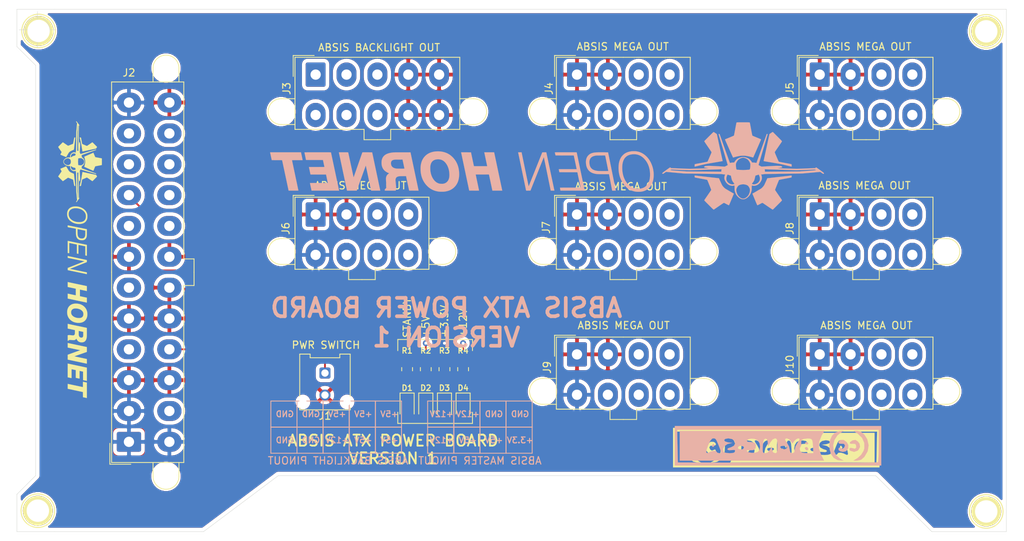
<source format=kicad_pcb>
(kicad_pcb (version 20171130) (host pcbnew "(5.1.7)-1")
  (layers (0 F.Cu mixed) (1 In1.Cu signal) (2 In2.Cu signal) (31 B.Cu mixed) (34 B.Paste user) (35 F.Paste user) (36 B.SilkS user) (37 F.SilkS user) (38 B.Mask user) (39 F.Mask user) (44 Edge.Cuts user))
  (net 0 "")
  (net 1 GND)
  (net 2 "Net-(D1-Pad1)")
  (net 3 "Net-(D2-Pad1)")
  (net 4 "Net-(D3-Pad1)")
  (net 5 "Net-(D4-Pad1)")
  (net 6 /PS_ON)
  (net 7 /+5V_SUPPLY)
  (net 8 "Net-(J2-Pad20)")
  (net 9 "Net-(J2-Pad14)")
  (net 10 /+3.3V_SUPPLY)
  (net 11 /+12V_SUPPLY)
  (net 12 /+5VSB_SUPPLY)
  (net 13 /PWR_OK)
  (module KiCAD_Libraries:CC-BY-NC-SA-Small (layer B.Cu) (at 139.192 112.776 180)
    (fp_text reference G*** hide)
    (fp_text value LOGO hide)
  )
  (module KiCAD_Libraries:OH_LOGO_75.4mm_11.9mm (layer B.Cu) (at 107.696 74.676 180)
    (fp_text reference G*** hide)
    (fp_text value LOGO hide)
  )
  (module Connector_Molex:Molex_Mini-Fit_Jr_5566-08A2_2x04_P4.20mm_Vertical (layer F.Cu) (at 144.78 62.23)
    (fp_text reference J5 (at -4.064 1.905 90) (layer F.SilkS))
    (fp_text value "MEGA BUS POWER")
    (pad "" np_thru_hole circle (at 17.3 5.04) (size 3 3) (drill 3) (layers *.Cu *.Mask))
    (pad "" np_thru_hole circle (at -4.7 5.04) (size 3 3) (drill 3) (layers *.Cu *.Mask))
    (pad 8 thru_hole oval (at 12.6 5.5) (size 2.7 3.3) (drill 1.4) (layers *.Cu *.Mask) (net 11 /+12V_SUPPLY))
    (pad 7 thru_hole oval (at 8.4 5.5) (size 2.7 3.3) (drill 1.4) (layers *.Cu *.Mask) (net 7 /+5V_SUPPLY))
    (pad 6 thru_hole oval (at 4.2 5.5) (size 2.7 3.3) (drill 1.4) (layers *.Cu *.Mask) (net 7 /+5V_SUPPLY))
    (pad 5 thru_hole oval (at 0 5.5) (size 2.7 3.3) (drill 1.4) (layers *.Cu *.Mask) (net 10 /+3.3V_SUPPLY))
    (pad 4 thru_hole oval (at 12.6 0) (size 2.7 3.3) (drill 1.4) (layers *.Cu *.Mask) (net 11 /+12V_SUPPLY))
    (pad 3 thru_hole oval (at 8.4 0) (size 2.7 3.3) (drill 1.4) (layers *.Cu *.Mask) (net 11 /+12V_SUPPLY))
    (pad 2 thru_hole oval (at 4.2 0) (size 2.7 3.3) (drill 1.4) (layers *.Cu *.Mask) (net 1 GND))
    (pad 1 thru_hole roundrect (at 0 0) (size 2.7 3.3) (drill 1.4) (layers *.Cu *.Mask) (roundrect_rratio 0.09259299999999999) (net 1 GND))
  )
  (module KiCAD_Libraries:CC-BY-NC-SA-Small (layer F.Cu) (at 138.7856 113.03)
    (fp_text reference G*** hide)
    (fp_text value LOGO hide)
  )
  (module KiCAD_Libraries:OH_LOGO_37.7mm_5.9mm (layer F.Cu) (at 44.1452 87.4268 270)
    (fp_text reference G*** hide)
    (fp_text value LOGO hide)
  )
  (module Connector_Molex:Molex_Mini-Fit_Jr_5566-08A2_2x04_P4.20mm_Vertical (layer F.Cu) (at 144.78 100.33)
    (fp_text reference J10 (at -4.064 1.397 90) (layer F.SilkS))
    (fp_text value "MEGA BUS POWER")
    (pad "" np_thru_hole circle (at 17.3 5.04) (size 3 3) (drill 3) (layers *.Cu *.Mask))
    (pad "" np_thru_hole circle (at -4.7 5.04) (size 3 3) (drill 3) (layers *.Cu *.Mask))
    (pad 8 thru_hole oval (at 12.6 5.5) (size 2.7 3.3) (drill 1.4) (layers *.Cu *.Mask) (net 11 /+12V_SUPPLY))
    (pad 7 thru_hole oval (at 8.4 5.5) (size 2.7 3.3) (drill 1.4) (layers *.Cu *.Mask) (net 7 /+5V_SUPPLY))
    (pad 6 thru_hole oval (at 4.2 5.5) (size 2.7 3.3) (drill 1.4) (layers *.Cu *.Mask) (net 7 /+5V_SUPPLY))
    (pad 5 thru_hole oval (at 0 5.5) (size 2.7 3.3) (drill 1.4) (layers *.Cu *.Mask) (net 10 /+3.3V_SUPPLY))
    (pad 4 thru_hole oval (at 12.6 0) (size 2.7 3.3) (drill 1.4) (layers *.Cu *.Mask) (net 11 /+12V_SUPPLY))
    (pad 3 thru_hole oval (at 8.4 0) (size 2.7 3.3) (drill 1.4) (layers *.Cu *.Mask) (net 11 /+12V_SUPPLY))
    (pad 2 thru_hole oval (at 4.2 0) (size 2.7 3.3) (drill 1.4) (layers *.Cu *.Mask) (net 1 GND))
    (pad 1 thru_hole roundrect (at 0 0) (size 2.7 3.3) (drill 1.4) (layers *.Cu *.Mask) (roundrect_rratio 0.09259299999999999) (net 1 GND))
  )
  (module Socket_Arduino_Mega:Arduino_1pin (layer F.Cu) (at 167.4368 56.3372)
    (fp_text reference H4 hide)
    (fp_text value MountingHole)
    (pad 1 thru_hole circle (at 0 0) (size 4.064 4.064) (drill 3.048) (layers *.Cu *.Mask F.SilkS))
  )
  (module Socket_Arduino_Mega:Arduino_1pin (layer F.Cu) (at 38.4048 121.6152)
    (fp_text reference H3 hide)
    (fp_text value MountingHole)
    (pad 1 thru_hole circle (at 0 0) (size 4.064 4.064) (drill 3.048) (layers *.Cu *.Mask F.SilkS))
  )
  (module Socket_Arduino_Mega:Arduino_1pin (layer F.Cu) (at 167.4368 121.7168)
    (fp_text reference H2 hide)
    (fp_text value MountingHole)
    (pad 1 thru_hole circle (at 0 0) (size 4.064 4.064) (drill 3.048) (layers *.Cu *.Mask F.SilkS))
  )
  (module Socket_Arduino_Mega:Arduino_1pin (layer F.Cu) (at 38.5064 56.2864)
    (fp_text reference H1 hide)
    (fp_text value MountingHole)
    (pad 1 thru_hole circle (at 0 0) (size 4.064 4.064) (drill 3.048) (layers *.Cu *.Mask F.SilkS))
  )
  (module Resistor_SMD:R_0805_2012Metric_Pad1.20x1.40mm_HandSolder (layer F.Cu) (at 96.266 102.346 90)
    (fp_text reference R4 (at 2.524 0 180) (layer F.SilkS) (effects (font (size 0.75 0.75))))
    (fp_text value 560)
    (pad 2 smd roundrect (at 1 0 90) (size 1.2 1.4) (layers F.Cu F.Paste F.Mask) (roundrect_rratio 0.208333) (net 11 /+12V_SUPPLY))
    (pad 1 smd roundrect (at -1 0 90) (size 1.2 1.4) (layers F.Cu F.Paste F.Mask) (roundrect_rratio 0.208333) (net 5 "Net-(D4-Pad1)"))
  )
  (module Resistor_SMD:R_0805_2012Metric_Pad1.20x1.40mm_HandSolder (layer F.Cu) (at 93.726 102.346 90)
    (fp_text reference R3 (at 2.524 0 180) (layer F.SilkS) (effects (font (size 0.75 0.75))))
    (fp_text value 56)
    (pad 2 smd roundrect (at 1 0 90) (size 1.2 1.4) (layers F.Cu F.Paste F.Mask) (roundrect_rratio 0.208333) (net 10 /+3.3V_SUPPLY))
    (pad 1 smd roundrect (at -1 0 90) (size 1.2 1.4) (layers F.Cu F.Paste F.Mask) (roundrect_rratio 0.208333) (net 4 "Net-(D3-Pad1)"))
  )
  (module Resistor_SMD:R_0805_2012Metric_Pad1.20x1.40mm_HandSolder (layer F.Cu) (at 91.186 102.346 90)
    (fp_text reference R2 (at 2.524 0 180) (layer F.SilkS) (effects (font (size 0.75 0.75))))
    (fp_text value 150)
    (pad 2 smd roundrect (at 1 0 90) (size 1.2 1.4) (layers F.Cu F.Paste F.Mask) (roundrect_rratio 0.208333) (net 7 /+5V_SUPPLY))
    (pad 1 smd roundrect (at -1 0 90) (size 1.2 1.4) (layers F.Cu F.Paste F.Mask) (roundrect_rratio 0.208333) (net 3 "Net-(D2-Pad1)"))
  )
  (module Resistor_SMD:R_0805_2012Metric_Pad1.20x1.40mm_HandSolder (layer F.Cu) (at 88.646 102.346 90)
    (fp_text reference R1 (at 2.524 0 180) (layer F.SilkS) (effects (font (size 0.75 0.75))))
    (fp_text value 150)
    (pad 2 smd roundrect (at 1 0 90) (size 1.2 1.4) (layers F.Cu F.Paste F.Mask) (roundrect_rratio 0.208333) (net 12 /+5VSB_SUPPLY))
    (pad 1 smd roundrect (at -1 0 90) (size 1.2 1.4) (layers F.Cu F.Paste F.Mask) (roundrect_rratio 0.208333) (net 2 "Net-(D1-Pad1)"))
  )
  (module Connector_Molex:Molex_Mini-Fit_Jr_5566-08A2_2x04_P4.20mm_Vertical (layer F.Cu) (at 111.76 100.33)
    (fp_text reference J9 (at -4.064 1.778 90) (layer F.SilkS))
    (fp_text value "MEGA BUS POWER")
    (pad "" np_thru_hole circle (at 17.3 5.04) (size 3 3) (drill 3) (layers *.Cu *.Mask))
    (pad "" np_thru_hole circle (at -4.7 5.04) (size 3 3) (drill 3) (layers *.Cu *.Mask))
    (pad 8 thru_hole oval (at 12.6 5.5) (size 2.7 3.3) (drill 1.4) (layers *.Cu *.Mask) (net 11 /+12V_SUPPLY))
    (pad 7 thru_hole oval (at 8.4 5.5) (size 2.7 3.3) (drill 1.4) (layers *.Cu *.Mask) (net 7 /+5V_SUPPLY))
    (pad 6 thru_hole oval (at 4.2 5.5) (size 2.7 3.3) (drill 1.4) (layers *.Cu *.Mask) (net 7 /+5V_SUPPLY))
    (pad 5 thru_hole oval (at 0 5.5) (size 2.7 3.3) (drill 1.4) (layers *.Cu *.Mask) (net 10 /+3.3V_SUPPLY))
    (pad 4 thru_hole oval (at 12.6 0) (size 2.7 3.3) (drill 1.4) (layers *.Cu *.Mask) (net 11 /+12V_SUPPLY))
    (pad 3 thru_hole oval (at 8.4 0) (size 2.7 3.3) (drill 1.4) (layers *.Cu *.Mask) (net 11 /+12V_SUPPLY))
    (pad 2 thru_hole oval (at 4.2 0) (size 2.7 3.3) (drill 1.4) (layers *.Cu *.Mask) (net 1 GND))
    (pad 1 thru_hole roundrect (at 0 0) (size 2.7 3.3) (drill 1.4) (layers *.Cu *.Mask) (roundrect_rratio 0.09259299999999999) (net 1 GND))
  )
  (module Connector_Molex:Molex_Mini-Fit_Jr_5566-08A2_2x04_P4.20mm_Vertical (layer F.Cu) (at 144.78 81.28)
    (fp_text reference J8 (at -4.064 1.905 90) (layer F.SilkS))
    (fp_text value "MEGA BUS POWER")
    (pad "" np_thru_hole circle (at 17.3 5.04) (size 3 3) (drill 3) (layers *.Cu *.Mask))
    (pad "" np_thru_hole circle (at -4.7 5.04) (size 3 3) (drill 3) (layers *.Cu *.Mask))
    (pad 8 thru_hole oval (at 12.6 5.5) (size 2.7 3.3) (drill 1.4) (layers *.Cu *.Mask) (net 11 /+12V_SUPPLY))
    (pad 7 thru_hole oval (at 8.4 5.5) (size 2.7 3.3) (drill 1.4) (layers *.Cu *.Mask) (net 7 /+5V_SUPPLY))
    (pad 6 thru_hole oval (at 4.2 5.5) (size 2.7 3.3) (drill 1.4) (layers *.Cu *.Mask) (net 7 /+5V_SUPPLY))
    (pad 5 thru_hole oval (at 0 5.5) (size 2.7 3.3) (drill 1.4) (layers *.Cu *.Mask) (net 10 /+3.3V_SUPPLY))
    (pad 4 thru_hole oval (at 12.6 0) (size 2.7 3.3) (drill 1.4) (layers *.Cu *.Mask) (net 11 /+12V_SUPPLY))
    (pad 3 thru_hole oval (at 8.4 0) (size 2.7 3.3) (drill 1.4) (layers *.Cu *.Mask) (net 11 /+12V_SUPPLY))
    (pad 2 thru_hole oval (at 4.2 0) (size 2.7 3.3) (drill 1.4) (layers *.Cu *.Mask) (net 1 GND))
    (pad 1 thru_hole roundrect (at 0 0) (size 2.7 3.3) (drill 1.4) (layers *.Cu *.Mask) (roundrect_rratio 0.09259299999999999) (net 1 GND))
  )
  (module Connector_Molex:Molex_Mini-Fit_Jr_5566-08A2_2x04_P4.20mm_Vertical (layer F.Cu) (at 111.76 81.28)
    (fp_text reference J7 (at -4.191 1.778 90) (layer F.SilkS))
    (fp_text value "MEGA BUS POWER")
    (pad "" np_thru_hole circle (at 17.3 5.04) (size 3 3) (drill 3) (layers *.Cu *.Mask))
    (pad "" np_thru_hole circle (at -4.7 5.04) (size 3 3) (drill 3) (layers *.Cu *.Mask))
    (pad 8 thru_hole oval (at 12.6 5.5) (size 2.7 3.3) (drill 1.4) (layers *.Cu *.Mask) (net 11 /+12V_SUPPLY))
    (pad 7 thru_hole oval (at 8.4 5.5) (size 2.7 3.3) (drill 1.4) (layers *.Cu *.Mask) (net 7 /+5V_SUPPLY))
    (pad 6 thru_hole oval (at 4.2 5.5) (size 2.7 3.3) (drill 1.4) (layers *.Cu *.Mask) (net 7 /+5V_SUPPLY))
    (pad 5 thru_hole oval (at 0 5.5) (size 2.7 3.3) (drill 1.4) (layers *.Cu *.Mask) (net 10 /+3.3V_SUPPLY))
    (pad 4 thru_hole oval (at 12.6 0) (size 2.7 3.3) (drill 1.4) (layers *.Cu *.Mask) (net 11 /+12V_SUPPLY))
    (pad 3 thru_hole oval (at 8.4 0) (size 2.7 3.3) (drill 1.4) (layers *.Cu *.Mask) (net 11 /+12V_SUPPLY))
    (pad 2 thru_hole oval (at 4.2 0) (size 2.7 3.3) (drill 1.4) (layers *.Cu *.Mask) (net 1 GND))
    (pad 1 thru_hole roundrect (at 0 0) (size 2.7 3.3) (drill 1.4) (layers *.Cu *.Mask) (roundrect_rratio 0.09259299999999999) (net 1 GND))
  )
  (module Connector_Molex:Molex_Mini-Fit_Jr_5566-08A2_2x04_P4.20mm_Vertical (layer F.Cu) (at 76.2 81.28)
    (fp_text reference J6 (at -4.064 1.905 90) (layer F.SilkS))
    (fp_text value "MEGA BUS POWER")
    (pad "" np_thru_hole circle (at 17.3 5.04) (size 3 3) (drill 3) (layers *.Cu *.Mask))
    (pad "" np_thru_hole circle (at -4.7 5.04) (size 3 3) (drill 3) (layers *.Cu *.Mask))
    (pad 8 thru_hole oval (at 12.6 5.5) (size 2.7 3.3) (drill 1.4) (layers *.Cu *.Mask) (net 11 /+12V_SUPPLY))
    (pad 7 thru_hole oval (at 8.4 5.5) (size 2.7 3.3) (drill 1.4) (layers *.Cu *.Mask) (net 7 /+5V_SUPPLY))
    (pad 6 thru_hole oval (at 4.2 5.5) (size 2.7 3.3) (drill 1.4) (layers *.Cu *.Mask) (net 7 /+5V_SUPPLY))
    (pad 5 thru_hole oval (at 0 5.5) (size 2.7 3.3) (drill 1.4) (layers *.Cu *.Mask) (net 10 /+3.3V_SUPPLY))
    (pad 4 thru_hole oval (at 12.6 0) (size 2.7 3.3) (drill 1.4) (layers *.Cu *.Mask) (net 11 /+12V_SUPPLY))
    (pad 3 thru_hole oval (at 8.4 0) (size 2.7 3.3) (drill 1.4) (layers *.Cu *.Mask) (net 11 /+12V_SUPPLY))
    (pad 2 thru_hole oval (at 4.2 0) (size 2.7 3.3) (drill 1.4) (layers *.Cu *.Mask) (net 1 GND))
    (pad 1 thru_hole roundrect (at 0 0) (size 2.7 3.3) (drill 1.4) (layers *.Cu *.Mask) (roundrect_rratio 0.09259299999999999) (net 1 GND))
  )
  (module Connector_Molex:Molex_Mini-Fit_Jr_5566-08A2_2x04_P4.20mm_Vertical (layer F.Cu) (at 111.76 62.23)
    (fp_text reference J4 (at -3.81 1.905 90) (layer F.SilkS))
    (fp_text value "MEGA BUS POWER")
    (pad "" np_thru_hole circle (at 17.3 5.04) (size 3 3) (drill 3) (layers *.Cu *.Mask))
    (pad "" np_thru_hole circle (at -4.7 5.04) (size 3 3) (drill 3) (layers *.Cu *.Mask))
    (pad 8 thru_hole oval (at 12.6 5.5) (size 2.7 3.3) (drill 1.4) (layers *.Cu *.Mask) (net 11 /+12V_SUPPLY))
    (pad 7 thru_hole oval (at 8.4 5.5) (size 2.7 3.3) (drill 1.4) (layers *.Cu *.Mask) (net 7 /+5V_SUPPLY))
    (pad 6 thru_hole oval (at 4.2 5.5) (size 2.7 3.3) (drill 1.4) (layers *.Cu *.Mask) (net 7 /+5V_SUPPLY))
    (pad 5 thru_hole oval (at 0 5.5) (size 2.7 3.3) (drill 1.4) (layers *.Cu *.Mask) (net 10 /+3.3V_SUPPLY))
    (pad 4 thru_hole oval (at 12.6 0) (size 2.7 3.3) (drill 1.4) (layers *.Cu *.Mask) (net 11 /+12V_SUPPLY))
    (pad 3 thru_hole oval (at 8.4 0) (size 2.7 3.3) (drill 1.4) (layers *.Cu *.Mask) (net 11 /+12V_SUPPLY))
    (pad 2 thru_hole oval (at 4.2 0) (size 2.7 3.3) (drill 1.4) (layers *.Cu *.Mask) (net 1 GND))
    (pad 1 thru_hole roundrect (at 0 0) (size 2.7 3.3) (drill 1.4) (layers *.Cu *.Mask) (roundrect_rratio 0.09259299999999999) (net 1 GND))
  )
  (module Connector_Molex:Molex_Mini-Fit_Jr_5566-10A2_2x05_P4.20mm_Vertical (layer F.Cu) (at 76.2 62.23)
    (fp_text reference J3 (at -3.937 1.905 90) (layer F.SilkS))
    (fp_text value "ABSIS BACKLIGHT PWR")
    (pad "" np_thru_hole circle (at 21.5 5.04) (size 3 3) (drill 3) (layers *.Cu *.Mask))
    (pad "" np_thru_hole circle (at -4.7 5.04) (size 3 3) (drill 3) (layers *.Cu *.Mask))
    (pad 10 thru_hole oval (at 16.8 5.5) (size 2.7 3.3) (drill 1.4) (layers *.Cu *.Mask) (net 1 GND))
    (pad 9 thru_hole oval (at 12.6 5.5) (size 2.7 3.3) (drill 1.4) (layers *.Cu *.Mask) (net 1 GND))
    (pad 8 thru_hole oval (at 8.4 5.5) (size 2.7 3.3) (drill 1.4) (layers *.Cu *.Mask) (net 11 /+12V_SUPPLY))
    (pad 7 thru_hole oval (at 4.2 5.5) (size 2.7 3.3) (drill 1.4) (layers *.Cu *.Mask) (net 7 /+5V_SUPPLY))
    (pad 6 thru_hole oval (at 0 5.5) (size 2.7 3.3) (drill 1.4) (layers *.Cu *.Mask) (net 7 /+5V_SUPPLY))
    (pad 5 thru_hole oval (at 16.8 0) (size 2.7 3.3) (drill 1.4) (layers *.Cu *.Mask) (net 1 GND))
    (pad 4 thru_hole oval (at 12.6 0) (size 2.7 3.3) (drill 1.4) (layers *.Cu *.Mask) (net 1 GND))
    (pad 3 thru_hole oval (at 8.4 0) (size 2.7 3.3) (drill 1.4) (layers *.Cu *.Mask) (net 7 /+5V_SUPPLY))
    (pad 2 thru_hole oval (at 4.2 0) (size 2.7 3.3) (drill 1.4) (layers *.Cu *.Mask) (net 7 /+5V_SUPPLY))
    (pad 1 thru_hole roundrect (at 0 0) (size 2.7 3.3) (drill 1.4) (layers *.Cu *.Mask) (roundrect_rratio 0.09259299999999999) (net 7 /+5V_SUPPLY))
  )
  (module Connector_Molex:Molex_Mini-Fit_Jr_5566-24A2_2x12_P4.20mm_Vertical (layer F.Cu) (at 50.8 112.24 90)
    (fp_text reference J2 (at 50.264 0 180) (layer F.SilkS))
    (fp_text value ATX-24)
    (pad "" np_thru_hole circle (at 50.9 5.04 90) (size 3 3) (drill 3) (layers *.Cu *.Mask))
    (pad "" np_thru_hole circle (at -4.7 5.04 90) (size 3 3) (drill 3) (layers *.Cu *.Mask))
    (pad 24 thru_hole oval (at 46.2 5.5 90) (size 2.7 3.3) (drill 1.4) (layers *.Cu *.Mask) (net 1 GND))
    (pad 23 thru_hole oval (at 42 5.5 90) (size 2.7 3.3) (drill 1.4) (layers *.Cu *.Mask) (net 7 /+5V_SUPPLY))
    (pad 22 thru_hole oval (at 37.8 5.5 90) (size 2.7 3.3) (drill 1.4) (layers *.Cu *.Mask) (net 7 /+5V_SUPPLY))
    (pad 21 thru_hole oval (at 33.6 5.5 90) (size 2.7 3.3) (drill 1.4) (layers *.Cu *.Mask) (net 7 /+5V_SUPPLY))
    (pad 20 thru_hole oval (at 29.4 5.5 90) (size 2.7 3.3) (drill 1.4) (layers *.Cu *.Mask) (net 8 "Net-(J2-Pad20)"))
    (pad 19 thru_hole oval (at 25.2 5.5 90) (size 2.7 3.3) (drill 1.4) (layers *.Cu *.Mask) (net 1 GND))
    (pad 18 thru_hole oval (at 21 5.5 90) (size 2.7 3.3) (drill 1.4) (layers *.Cu *.Mask) (net 1 GND))
    (pad 17 thru_hole oval (at 16.8 5.5 90) (size 2.7 3.3) (drill 1.4) (layers *.Cu *.Mask) (net 1 GND))
    (pad 16 thru_hole oval (at 12.6 5.5 90) (size 2.7 3.3) (drill 1.4) (layers *.Cu *.Mask) (net 6 /PS_ON))
    (pad 15 thru_hole oval (at 8.4 5.5 90) (size 2.7 3.3) (drill 1.4) (layers *.Cu *.Mask) (net 1 GND))
    (pad 14 thru_hole oval (at 4.2 5.5 90) (size 2.7 3.3) (drill 1.4) (layers *.Cu *.Mask) (net 9 "Net-(J2-Pad14)"))
    (pad 13 thru_hole oval (at 0 5.5 90) (size 2.7 3.3) (drill 1.4) (layers *.Cu *.Mask) (net 10 /+3.3V_SUPPLY))
    (pad 12 thru_hole oval (at 46.2 0 90) (size 2.7 3.3) (drill 1.4) (layers *.Cu *.Mask) (net 10 /+3.3V_SUPPLY))
    (pad 11 thru_hole oval (at 42 0 90) (size 2.7 3.3) (drill 1.4) (layers *.Cu *.Mask) (net 11 /+12V_SUPPLY))
    (pad 10 thru_hole oval (at 37.8 0 90) (size 2.7 3.3) (drill 1.4) (layers *.Cu *.Mask) (net 11 /+12V_SUPPLY))
    (pad 9 thru_hole oval (at 33.6 0 90) (size 2.7 3.3) (drill 1.4) (layers *.Cu *.Mask) (net 12 /+5VSB_SUPPLY))
    (pad 8 thru_hole oval (at 29.4 0 90) (size 2.7 3.3) (drill 1.4) (layers *.Cu *.Mask) (net 13 /PWR_OK))
    (pad 7 thru_hole oval (at 25.2 0 90) (size 2.7 3.3) (drill 1.4) (layers *.Cu *.Mask) (net 1 GND))
    (pad 6 thru_hole oval (at 21 0 90) (size 2.7 3.3) (drill 1.4) (layers *.Cu *.Mask) (net 7 /+5V_SUPPLY))
    (pad 5 thru_hole oval (at 16.8 0 90) (size 2.7 3.3) (drill 1.4) (layers *.Cu *.Mask) (net 1 GND))
    (pad 4 thru_hole oval (at 12.6 0 90) (size 2.7 3.3) (drill 1.4) (layers *.Cu *.Mask) (net 7 /+5V_SUPPLY))
    (pad 3 thru_hole oval (at 8.4 0 90) (size 2.7 3.3) (drill 1.4) (layers *.Cu *.Mask) (net 1 GND))
    (pad 2 thru_hole oval (at 4.2 0 90) (size 2.7 3.3) (drill 1.4) (layers *.Cu *.Mask) (net 10 /+3.3V_SUPPLY))
    (pad 1 thru_hole roundrect (at 0 0 90) (size 2.7 3.3) (drill 1.4) (layers *.Cu *.Mask) (roundrect_rratio 0.09259299999999999) (net 10 /+3.3V_SUPPLY))
  )
  (module Connector_Molex:Molex_Micro-Fit_3.0_43045-0212_2x01_P3.00mm_Vertical (layer F.Cu) (at 77.47 102.87)
    (fp_text reference J1 (at 0 5.842) (layer F.SilkS))
    (fp_text value "Power Swtich")
    (pad 2 thru_hole circle (at 0 3) (size 1.5 1.5) (drill 1) (layers *.Cu *.Mask) (net 1 GND))
    (pad 1 thru_hole roundrect (at 0 0) (size 1.5 1.5) (drill 1) (layers *.Cu *.Mask) (roundrect_rratio 0.166667) (net 6 /PS_ON))
    (pad "" np_thru_hole circle (at 3 3.94) (size 1 1) (drill 1) (layers *.Cu *.Mask))
    (pad "" np_thru_hole circle (at -3 3.94) (size 1 1) (drill 1) (layers *.Cu *.Mask))
  )
  (module LED_SMD:LED_0805_2012Metric_Pad1.15x1.40mm_HandSolder (layer F.Cu) (at 96.266 107.451 270)
    (fp_text reference D4 (at -2.549 0 180) (layer F.SilkS) (effects (font (size 0.75 0.75))))
    (fp_text value "Green LED")
    (pad 2 smd roundrect (at 1.025 0 270) (size 1.15 1.4) (layers F.Cu F.Paste F.Mask) (roundrect_rratio 0.217391) (net 1 GND))
    (pad 1 smd roundrect (at -1.025 0 270) (size 1.15 1.4) (layers F.Cu F.Paste F.Mask) (roundrect_rratio 0.217391) (net 5 "Net-(D4-Pad1)"))
  )
  (module LED_SMD:LED_0805_2012Metric_Pad1.15x1.40mm_HandSolder (layer F.Cu) (at 93.726 107.451 270)
    (fp_text reference D3 (at -2.549 0 180) (layer F.SilkS) (effects (font (size 0.75 0.75))))
    (fp_text value "Green LED")
    (pad 2 smd roundrect (at 1.025 0 270) (size 1.15 1.4) (layers F.Cu F.Paste F.Mask) (roundrect_rratio 0.217391) (net 1 GND))
    (pad 1 smd roundrect (at -1.025 0 270) (size 1.15 1.4) (layers F.Cu F.Paste F.Mask) (roundrect_rratio 0.217391) (net 4 "Net-(D3-Pad1)"))
  )
  (module LED_SMD:LED_0805_2012Metric_Pad1.15x1.40mm_HandSolder (layer F.Cu) (at 91.186 107.451 270)
    (fp_text reference D2 (at -2.549 0 180) (layer F.SilkS) (effects (font (size 0.75 0.75))))
    (fp_text value "Green LED")
    (pad 2 smd roundrect (at 1.025 0 270) (size 1.15 1.4) (layers F.Cu F.Paste F.Mask) (roundrect_rratio 0.217391) (net 1 GND))
    (pad 1 smd roundrect (at -1.025 0 270) (size 1.15 1.4) (layers F.Cu F.Paste F.Mask) (roundrect_rratio 0.217391) (net 3 "Net-(D2-Pad1)"))
  )
  (module LED_SMD:LED_0805_2012Metric_Pad1.15x1.40mm_HandSolder (layer F.Cu) (at 88.646 107.451 270)
    (fp_text reference D1 (at -2.549 0 180) (layer F.SilkS) (effects (font (size 0.75 0.75))))
    (fp_text value "Green LED")
    (pad 2 smd roundrect (at 1.025 0 270) (size 1.15 1.4) (layers F.Cu F.Paste F.Mask) (roundrect_rratio 0.217391) (net 1 GND))
    (pad 1 smd roundrect (at -1.025 0 270) (size 1.15 1.4) (layers F.Cu F.Paste F.Mask) (roundrect_rratio 0.217391) (net 2 "Net-(D1-Pad1)"))
  )
  (gr_text "ABSIS ATX POWER BOARD\nVERSION 1" (at 93.98 96.012) (layer B.SilkS) (effects (font (size 2.5 2.5) (thickness 0.5)) (justify mirror)))
  (gr_text "ABSIS MASTER PINOUT" (at 98.552 114.808) (layer B.SilkS) (effects (font (size 1 1)) (justify mirror)))
  (gr_text "ABSIS BACKLIGHT PINOUT" (at 79.248 114.808) (layer B.SilkS) (effects (font (size 1 1)) (justify mirror)))
  (gr_text GND (at 72.009 108.458) (layer B.SilkS) (effects (font (size 0.8 0.8)) (justify mirror)))
  (gr_text GND (at 72.009 112.014) (layer B.SilkS) (effects (font (size 0.8 0.8)) (justify mirror)))
  (gr_line (start 73.66 106.68) (end 70.104 106.68) (layer B.SilkS) (width 0.12))
  (gr_line (start 70.104 113.792) (end 70.104 110.236) (layer B.SilkS) (width 0.12))
  (gr_line (start 73.66 113.792) (end 70.104 113.792) (layer B.SilkS) (width 0.12))
  (gr_line (start 70.104 110.236) (end 70.104 106.68) (layer B.SilkS) (width 0.12))
  (gr_line (start 73.66 110.236) (end 70.104 110.236) (layer B.SilkS) (width 0.12))
  (gr_line (start 73.66 110.236) (end 70.104 110.236) (layer B.SilkS) (width 0.12))
  (gr_line (start 80.772 110.236) (end 80.772 106.68) (layer B.SilkS) (width 0.12))
  (gr_line (start 84.328 110.236) (end 80.772 110.236) (layer B.SilkS) (width 0.12))
  (gr_line (start 77.216 113.792) (end 77.216 110.236) (layer B.SilkS) (width 0.12))
  (gr_line (start 77.216 110.236) (end 73.66 110.236) (layer B.SilkS) (width 0.12))
  (gr_line (start 87.884 106.68) (end 84.328 106.68) (layer B.SilkS) (width 0.12))
  (gr_line (start 80.772 113.792) (end 80.772 110.236) (layer B.SilkS) (width 0.12))
  (gr_line (start 87.884 110.236) (end 84.328 110.236) (layer B.SilkS) (width 0.12))
  (gr_line (start 84.328 113.792) (end 80.772 113.792) (layer B.SilkS) (width 0.12))
  (gr_line (start 80.772 110.236) (end 77.216 110.236) (layer B.SilkS) (width 0.12))
  (gr_line (start 87.884 113.792) (end 84.328 113.792) (layer B.SilkS) (width 0.12))
  (gr_line (start 80.772 113.792) (end 80.772 110.236) (layer B.SilkS) (width 0.12))
  (gr_line (start 84.328 106.68) (end 80.772 106.68) (layer B.SilkS) (width 0.12))
  (gr_line (start 77.216 113.792) (end 73.66 113.792) (layer B.SilkS) (width 0.12))
  (gr_line (start 80.772 106.68) (end 77.216 106.68) (layer B.SilkS) (width 0.12))
  (gr_line (start 84.328 110.236) (end 84.328 106.68) (layer B.SilkS) (width 0.12))
  (gr_line (start 80.772 110.236) (end 77.216 110.236) (layer B.SilkS) (width 0.12))
  (gr_line (start 84.328 110.236) (end 80.772 110.236) (layer B.SilkS) (width 0.12))
  (gr_line (start 87.884 110.236) (end 87.884 106.68) (layer B.SilkS) (width 0.12))
  (gr_line (start 84.328 113.792) (end 84.328 110.236) (layer B.SilkS) (width 0.12))
  (gr_line (start 80.772 110.236) (end 80.772 106.68) (layer B.SilkS) (width 0.12))
  (gr_line (start 84.328 113.792) (end 84.328 110.236) (layer B.SilkS) (width 0.12))
  (gr_line (start 87.884 110.236) (end 84.328 110.236) (layer B.SilkS) (width 0.12))
  (gr_line (start 87.884 113.792) (end 87.884 110.236) (layer B.SilkS) (width 0.12))
  (gr_line (start 77.216 110.236) (end 77.216 106.68) (layer B.SilkS) (width 0.12))
  (gr_line (start 80.772 113.792) (end 77.216 113.792) (layer B.SilkS) (width 0.12))
  (gr_line (start 84.328 110.236) (end 84.328 106.68) (layer B.SilkS) (width 0.12))
  (gr_text +5V (at 82.677 108.458) (layer B.SilkS) (effects (font (size 0.8 0.8)) (justify mirror)))
  (gr_text +5V (at 82.677 112.014) (layer B.SilkS) (effects (font (size 0.8 0.8)) (justify mirror)))
  (gr_text +5V (at 79.121 108.458) (layer B.SilkS) (effects (font (size 0.8 0.8)) (justify mirror)))
  (gr_text +12V (at 79.121 112.014) (layer B.SilkS) (effects (font (size 0.8 0.8)) (justify mirror)))
  (gr_text GND (at 75.565 108.458) (layer B.SilkS) (effects (font (size 0.8 0.8)) (justify mirror)))
  (gr_text GND (at 75.565 112.014) (layer B.SilkS) (effects (font (size 0.8 0.8)) (justify mirror)))
  (gr_line (start 77.216 113.792) (end 77.216 110.236) (layer B.SilkS) (width 0.12))
  (gr_line (start 73.66 113.792) (end 73.66 110.236) (layer B.SilkS) (width 0.12))
  (gr_line (start 77.216 110.236) (end 73.66 110.236) (layer B.SilkS) (width 0.12))
  (gr_line (start 77.216 106.68) (end 73.66 106.68) (layer B.SilkS) (width 0.12))
  (gr_line (start 77.216 110.236) (end 77.216 106.68) (layer B.SilkS) (width 0.12))
  (gr_line (start 73.66 110.236) (end 73.66 106.68) (layer B.SilkS) (width 0.12))
  (gr_text +5V (at 86.233 108.458) (layer B.SilkS) (effects (font (size 0.8 0.8)) (justify mirror)))
  (gr_text +5V (at 86.233 112.014) (layer B.SilkS) (effects (font (size 0.8 0.8)) (justify mirror)))
  (gr_line (start 105.664 110.236) (end 102.108 110.236) (layer B.SilkS) (width 0.12))
  (gr_line (start 105.664 113.792) (end 102.108 113.792) (layer B.SilkS) (width 0.12))
  (gr_text GND (at 104.013 108.458) (layer B.SilkS) (effects (font (size 0.8 0.8)) (justify mirror)))
  (gr_text +3.3V (at 104.013 112.014) (layer B.SilkS) (effects (font (size 0.8 0.8)) (justify mirror)))
  (gr_line (start 105.664 113.792) (end 105.664 110.236) (layer B.SilkS) (width 0.12))
  (gr_line (start 102.108 113.792) (end 102.108 110.236) (layer B.SilkS) (width 0.12))
  (gr_line (start 105.664 110.236) (end 102.108 110.236) (layer B.SilkS) (width 0.12))
  (gr_line (start 105.664 106.68) (end 102.108 106.68) (layer B.SilkS) (width 0.12))
  (gr_line (start 105.664 110.236) (end 105.664 106.68) (layer B.SilkS) (width 0.12))
  (gr_line (start 102.108 110.236) (end 102.108 106.68) (layer B.SilkS) (width 0.12))
  (gr_line (start 102.108 110.236) (end 98.552 110.236) (layer B.SilkS) (width 0.12))
  (gr_line (start 102.108 113.792) (end 98.552 113.792) (layer B.SilkS) (width 0.12))
  (gr_text GND (at 100.457 108.458) (layer B.SilkS) (effects (font (size 0.8 0.8)) (justify mirror)))
  (gr_text +5V (at 100.457 112.014) (layer B.SilkS) (effects (font (size 0.8 0.8)) (justify mirror)))
  (gr_line (start 102.108 113.792) (end 102.108 110.236) (layer B.SilkS) (width 0.12))
  (gr_line (start 98.552 113.792) (end 98.552 110.236) (layer B.SilkS) (width 0.12))
  (gr_line (start 102.108 110.236) (end 98.552 110.236) (layer B.SilkS) (width 0.12))
  (gr_line (start 102.108 106.68) (end 98.552 106.68) (layer B.SilkS) (width 0.12))
  (gr_line (start 102.108 110.236) (end 102.108 106.68) (layer B.SilkS) (width 0.12))
  (gr_line (start 98.552 110.236) (end 98.552 106.68) (layer B.SilkS) (width 0.12))
  (gr_line (start 98.552 110.236) (end 94.996 110.236) (layer B.SilkS) (width 0.12))
  (gr_line (start 98.552 113.792) (end 94.996 113.792) (layer B.SilkS) (width 0.12))
  (gr_text +12V (at 96.901 108.458) (layer B.SilkS) (effects (font (size 0.8 0.8)) (justify mirror)))
  (gr_text +5V (at 96.901 112.014) (layer B.SilkS) (effects (font (size 0.8 0.8)) (justify mirror)))
  (gr_line (start 98.552 113.792) (end 98.552 110.236) (layer B.SilkS) (width 0.12))
  (gr_line (start 94.996 113.792) (end 94.996 110.236) (layer B.SilkS) (width 0.12))
  (gr_line (start 98.552 110.236) (end 94.996 110.236) (layer B.SilkS) (width 0.12))
  (gr_line (start 98.552 106.68) (end 94.996 106.68) (layer B.SilkS) (width 0.12))
  (gr_line (start 98.552 110.236) (end 98.552 106.68) (layer B.SilkS) (width 0.12))
  (gr_line (start 94.996 110.236) (end 94.996 106.68) (layer B.SilkS) (width 0.12))
  (gr_text +12V (at 93.345 112.014) (layer B.SilkS) (effects (font (size 0.8 0.8)) (justify mirror)))
  (gr_line (start 94.996 113.792) (end 91.44 113.792) (layer B.SilkS) (width 0.12))
  (gr_line (start 94.996 110.236) (end 91.44 110.236) (layer B.SilkS) (width 0.12))
  (gr_line (start 94.996 113.792) (end 94.996 110.236) (layer B.SilkS) (width 0.12))
  (gr_line (start 91.44 113.792) (end 91.44 110.236) (layer B.SilkS) (width 0.12))
  (gr_line (start 94.996 106.68) (end 91.44 106.68) (layer B.SilkS) (width 0.12))
  (gr_line (start 94.996 110.236) (end 94.996 106.68) (layer B.SilkS) (width 0.12))
  (gr_line (start 91.44 110.236) (end 91.44 106.68) (layer B.SilkS) (width 0.12))
  (gr_line (start 94.996 110.236) (end 91.44 110.236) (layer B.SilkS) (width 0.12))
  (gr_text +12V (at 93.345 108.458) (layer B.SilkS) (effects (font (size 0.8 0.8)) (justify mirror)))
  (gr_text "ABSIS ATX POWER BOARD\nVERSION 1" (at 86.741 113.284) (layer F.SilkS) (effects (font (size 1.5 1.5) (thickness 0.25))))
  (gr_text "PWR SWITCH" (at 77.597 99.06) (layer F.SilkS) (effects (font (size 1 1))))
  (gr_text "ABSIS MEGA OUT" (at 118.11 96.393) (layer F.SilkS) (effects (font (size 1 1))))
  (gr_text "ABSIS MEGA OUT" (at 151.13 96.393) (layer F.SilkS) (effects (font (size 1 1))))
  (gr_text "ABSIS MEGA OUT" (at 151.003 58.42) (layer F.SilkS) (effects (font (size 1 1))))
  (gr_text "ABSIS MEGA OUT" (at 150.876 77.343) (layer F.SilkS) (effects (font (size 1 1))))
  (gr_text "ABSIS MEGA OUT" (at 117.729 77.47) (layer F.SilkS) (effects (font (size 1 1))))
  (gr_text "ABSIS MEGA OUT" (at 82.296 77.343) (layer F.SilkS) (effects (font (size 1 1))))
  (gr_text "ABSIS MEGA OUT" (at 117.983 58.42) (layer F.SilkS) (effects (font (size 1 1))))
  (gr_text "ABSIS BACKLIGHT OUT" (at 84.836 58.547) (layer F.SilkS) (effects (font (size 1 1))))
  (gr_line (start 160.02 124.46) (end 170.18 124.46) (layer Edge.Cuts) (width 0.05))
  (gr_line (start 40.64 124.46) (end 60.96 124.46) (layer Edge.Cuts) (width 0.05))
  (gr_line (start 71.12 116.84) (end 60.96 124.46) (layer Edge.Cuts) (width 0.05))
  (gr_line (start 152.4 116.84) (end 71.12 116.84) (layer Edge.Cuts) (width 0.05))
  (gr_line (start 160.02 124.46) (end 152.4 116.84) (layer Edge.Cuts) (width 0.05))
  (gr_line (start 170.18 124.46) (end 170.18 53.34) (layer Edge.Cuts) (width 0.05))
  (gr_line (start 170.18 53.34) (end 40.64 53.34) (layer Edge.Cuts) (width 0.05))
  (gr_line (start 97.536 108.204) (end 97.536 109.728) (layer F.SilkS) (width 0.12))
  (gr_line (start 97.536 109.728) (end 87.376 109.728) (layer F.SilkS) (width 0.12))
  (gr_line (start 87.376 109.728) (end 87.376 108.204) (layer F.SilkS) (width 0.12))
  (gr_line (start 97.536 98.298) (end 97.536 99.822) (layer F.SilkS) (width 0.12))
  (gr_line (start 87.376 98.298) (end 97.536 98.298) (layer F.SilkS) (width 0.12))
  (gr_line (start 87.376 99.822) (end 87.376 98.298) (layer F.SilkS) (width 0.12))
  (gr_text +12V (at 96.266 98.171 90) (layer F.SilkS) (effects (font (size 1 1)) (justify left)))
  (gr_text +3.3V (at 93.726 98.171 90) (layer F.SilkS) (effects (font (size 1 1)) (justify left)))
  (gr_text +5V (at 91.186 98.171 90) (layer F.SilkS) (effects (font (size 1 1)) (justify left)))
  (gr_text STANBY (at 88.646 98.171 90) (layer F.SilkS) (effects (font (size 1 1)) (justify left)))
  (gr_line (start 38.1 60.96) (end 38.1 116.84) (layer Edge.Cuts) (width 0.05))
  (gr_line (start 35.56 124.46) (end 40.64 124.46) (layer Edge.Cuts) (width 0.05))
  (gr_line (start 35.56 119.38) (end 38.1 116.84) (layer Edge.Cuts) (width 0.05))
  (gr_line (start 35.56 124.46) (end 35.56 119.38) (layer Edge.Cuts) (width 0.05))
  (gr_line (start 35.56 58.42) (end 38.1 60.96) (layer Edge.Cuts) (width 0.05))
  (gr_line (start 35.56 53.34) (end 35.56 58.42) (layer Edge.Cuts) (width 0.05))
  (gr_line (start 35.56 53.34) (end 40.64 53.34) (layer Edge.Cuts) (width 0.05))
  (target plus (at 38.354 56.134) (size 5) (width 0.05) (layer Edge.Cuts))
  (segment (start 88.646 103.346) (end 88.646 106.426) (width 0.25) (layer F.Cu) (net 2))
  (segment (start 91.186 103.346) (end 91.186 106.426) (width 0.25) (layer F.Cu) (net 3))
  (segment (start 93.726 103.346) (end 93.726 106.426) (width 0.25) (layer F.Cu) (net 4))
  (segment (start 96.266 103.346) (end 96.266 106.426) (width 0.25) (layer F.Cu) (net 5))
  (segment (start 56.3 99.64) (end 76.78 99.64) (width 0.25) (layer F.Cu) (net 6))
  (segment (start 77.47 100.33) (end 77.47 102.87) (width 0.25) (layer F.Cu) (net 6))
  (segment (start 76.78 99.64) (end 77.47 100.33) (width 0.25) (layer F.Cu) (net 6))
  (segment (start 91.186 101.346) (end 91.186 98.806) (width 0.25) (layer F.Cu) (net 7))
  (segment (start 91.186 98.806) (end 91.186 98.806) (width 0.25) (layer F.Cu) (net 7))
  (via (at 91.186 98.806) (size 0.8) (drill 0.4) (layers F.Cu B.Cu) (net 7))
  (segment (start 93.726 101.346) (end 93.726 98.806) (width 0.25) (layer F.Cu) (net 10))
  (segment (start 93.726 98.806) (end 93.726 98.806) (width 0.25) (layer F.Cu) (net 10))
  (via (at 93.726 98.806) (size 0.8) (drill 0.4) (layers F.Cu B.Cu) (net 10))
  (segment (start 96.266 101.346) (end 96.266 98.806) (width 0.25) (layer F.Cu) (net 11))
  (segment (start 96.266 98.806) (end 96.266 98.806) (width 0.25) (layer F.Cu) (net 11))
  (via (at 96.266 98.806) (size 0.8) (drill 0.4) (layers F.Cu B.Cu) (net 11))
  (segment (start 67.31 99.06) (end 86.36 99.06) (width 0.25) (layer F.Cu) (net 12))
  (segment (start 86.36 99.06) (end 88.646 101.346) (width 0.25) (layer F.Cu) (net 12))
  (segment (start 57.15 88.9) (end 67.31 99.06) (width 0.25) (layer F.Cu) (net 12))
  (segment (start 54.61 88.9) (end 57.15 88.9) (width 0.25) (layer F.Cu) (net 12))
  (segment (start 53.34 87.63) (end 54.61 88.9) (width 0.25) (layer F.Cu) (net 12))
  (segment (start 53.34 81.28) (end 53.34 87.63) (width 0.25) (layer F.Cu) (net 12))
  (segment (start 50.8 78.74) (end 53.34 81.28) (width 0.25) (layer F.Cu) (net 12))
  (segment (start 50.8 78.64) (end 50.8 78.74) (width 0.25) (layer F.Cu) (net 12))
  (zone (net 1) (net_name GND) (layer F.Cu) (connect_pads (clearance 0.508)) (min_thickness 0.254) (fill yes (arc_segments 32) (thermal_gap 0.508) (thermal_bridge_width 0.508))
    (polygon (pts (xy 171.45 125.73) (xy 34.29 125.73) (xy 34.29 52.07) (xy 171.45 52.07)))
  )
  (zone (net 10) (net_name /+3.3V_SUPPLY) (layer B.Cu) (connect_pads (clearance 0.508)) (min_thickness 0.254) (fill yes (arc_segments 32) (thermal_gap 0.508) (thermal_bridge_width 0.508))
    (polygon (pts (xy 171.45 125.73) (xy 34.29 125.73) (xy 34.29 52.07) (xy 171.45 52.07)))
  )
)
</source>
